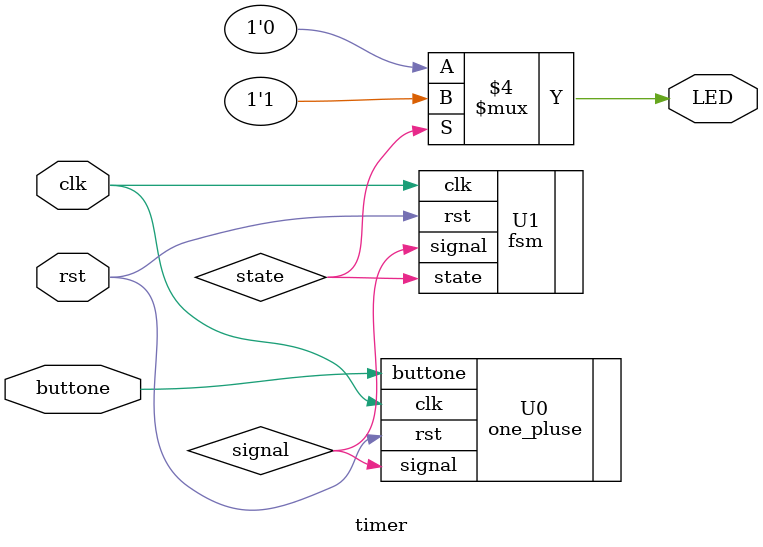
<source format=v>
`timescale 1ns / 1ps


module timer(LED,buttone, clk,rst);
output reg LED;
input buttone;
input clk;
input rst;

wire rst;
wire signal;
wire state;
wire clk_1HZ;

one_pluse U0(.signal(signal),.rst(rst),.buttone(buttone),.clk(clk));
fsm U1(.state(state),.signal(signal),.clk(clk),.rst(rst));

always  @(state) begin
   if(state==1'd0)
    LED=0;
   else
    LED=1;
end 
endmodule
</source>
